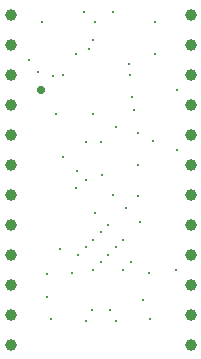
<source format=gbr>
%TF.GenerationSoftware,KiCad,Pcbnew,5.1.5+dfsg1-2~bpo10+1*%
%TF.CreationDate,Date%
%TF.ProjectId,ProMicro_GPS,50726f4d-6963-4726-9f5f-4750532e6b69,v3.1*%
%TF.SameCoordinates,Original*%
%TF.FileFunction,Plated,1,2,PTH,Drill*%
%TF.FilePolarity,Positive*%
%FSLAX46Y46*%
G04 Gerber Fmt 4.6, Leading zero omitted, Abs format (unit mm)*
G04 Created by KiCad*
%MOMM*%
%LPD*%
G04 APERTURE LIST*
%TA.AperFunction,ViaDrill*%
%ADD10C,0.200000*%
%TD*%
%TA.AperFunction,ViaDrill*%
%ADD11C,0.300000*%
%TD*%
%TA.AperFunction,ComponentDrill*%
%ADD12C,0.700000*%
%TD*%
%TA.AperFunction,ComponentDrill*%
%ADD13C,1.000000*%
%TD*%
G04 APERTURE END LIST*
D10*
X-13716000Y24130000D03*
X-12954000Y23114000D03*
X-12573000Y27305000D03*
X-12192000Y5969000D03*
X-12192000Y4064000D03*
X-11811000Y2159000D03*
X-11684000Y22733000D03*
X-11430000Y19545773D03*
X-11051006Y8130000D03*
X-10795000Y22860000D03*
X-10795000Y15875000D03*
X-10033000Y6096000D03*
X-9715500Y13271500D03*
X-9674994Y24615000D03*
X-9652000Y14732000D03*
X-9525000Y7620000D03*
X-8890000Y17145000D03*
X-8890000Y13970000D03*
X-8890000Y8255000D03*
X-8890000Y2032000D03*
X-8636000Y25018998D03*
X-8382000Y2921000D03*
X-8255000Y19558000D03*
X-8255000Y8890000D03*
X-8255000Y6350000D03*
X-8253594Y25811986D03*
X-8128008Y27305000D03*
X-8128000Y11176000D03*
X-7620000Y17145000D03*
X-7620000Y9525000D03*
X-7620000Y6985000D03*
X-7493000Y14351000D03*
X-6985000Y10160000D03*
X-6985000Y7620000D03*
X-6858000Y2921000D03*
X-6604000Y12700000D03*
X-6350000Y8255000D03*
X-6350000Y2032000D03*
X-6286520Y18415000D03*
X-5715000Y8890000D03*
X-5715000Y6350000D03*
X-5461000Y11557000D03*
X-5207000Y23749000D03*
X-5143500Y22860000D03*
X-5080000Y6985000D03*
X-4953004Y20955004D03*
X-4762504Y19875500D03*
X-4445000Y17907000D03*
X-4445000Y15240000D03*
X-4445000Y12573000D03*
X-4318000Y10414000D03*
X-4064000Y3810000D03*
X-3492500Y6096000D03*
X-3429000Y2159000D03*
X-3175000Y17272000D03*
X-3048000Y27305000D03*
X-3048000Y24638000D03*
X-1270000Y6350000D03*
X-1143000Y21590000D03*
X-1143000Y16510000D03*
D11*
X-9017000Y28194000D03*
X-6604000Y28194000D03*
D12*
%TO.C,TP6*%
X-12700000Y21590000D03*
D13*
%TO.C,A1*%
X-15240000Y27940000D03*
X-15240000Y25400000D03*
X-15240000Y22860000D03*
X-15240000Y20320000D03*
X-15240000Y17780000D03*
X-15240000Y15240000D03*
X-15240000Y12700000D03*
X-15240000Y10160000D03*
X-15240000Y7620000D03*
X-15240000Y5080000D03*
X-15240000Y2540000D03*
X-15240000Y0D03*
X0Y27940000D03*
X0Y25400000D03*
X0Y22860000D03*
X0Y20320000D03*
X0Y17780000D03*
X0Y15240000D03*
X0Y12700000D03*
X0Y10160000D03*
X0Y7620000D03*
X0Y5080000D03*
X0Y2540000D03*
X0Y0D03*
M02*

</source>
